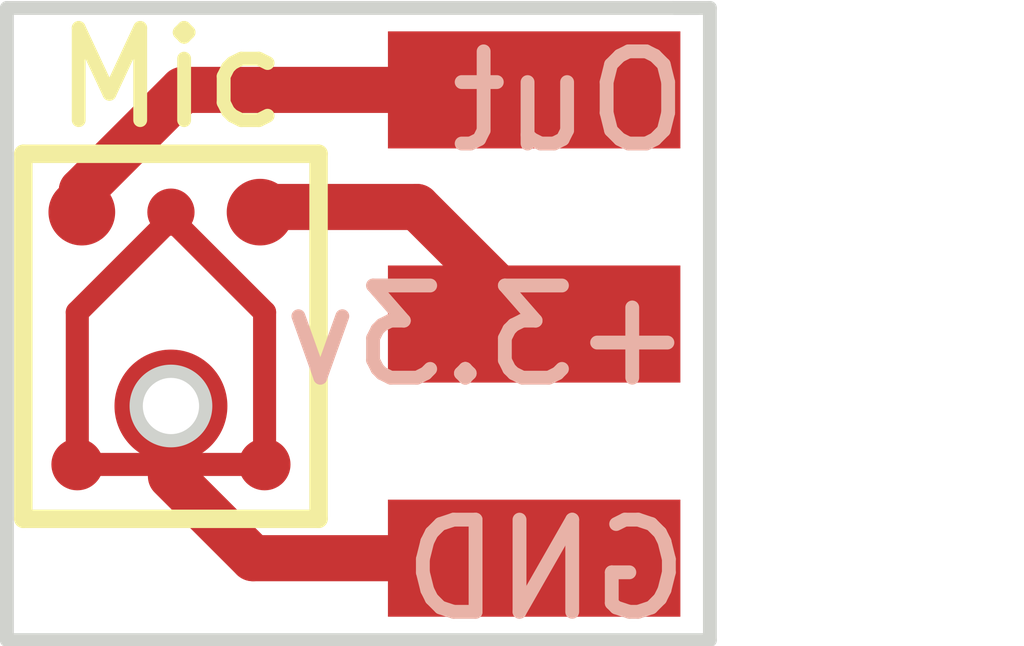
<source format=kicad_pcb>
(kicad_pcb (version 4) (host pcbnew 4.0.7-e2-6376~61~ubuntu18.04.1)

  (general
    (links 6)
    (no_connects 2)
    (area 0 0 0 0)
    (thickness 1.6)
    (drawings 6)
    (tracks 14)
    (zones 0)
    (modules 4)
    (nets 4)
  )

  (page A4)
  (layers
    (0 F.Cu signal)
    (31 B.Cu signal)
    (32 B.Adhes user)
    (33 F.Adhes user)
    (34 B.Paste user)
    (35 F.Paste user)
    (36 B.SilkS user)
    (37 F.SilkS user)
    (38 B.Mask user)
    (39 F.Mask user)
    (40 Dwgs.User user)
    (41 Cmts.User user)
    (42 Eco1.User user)
    (43 Eco2.User user)
    (44 Edge.Cuts user)
    (45 Margin user)
    (46 B.CrtYd user)
    (47 F.CrtYd user)
    (48 B.Fab user)
    (49 F.Fab user)
  )

  (setup
    (last_trace_width 0.5)
    (user_trace_width 0.5)
    (user_trace_width 1)
    (trace_clearance 0.2)
    (zone_clearance 0.508)
    (zone_45_only no)
    (trace_min 0.2)
    (segment_width 0.2)
    (edge_width 0.15)
    (via_size 0.6)
    (via_drill 0.4)
    (via_min_size 0.4)
    (via_min_drill 0.3)
    (uvia_size 0.3)
    (uvia_drill 0.1)
    (uvias_allowed no)
    (uvia_min_size 0.2)
    (uvia_min_drill 0.1)
    (pcb_text_width 0.3)
    (pcb_text_size 1.5 1.5)
    (mod_edge_width 0.15)
    (mod_text_size 1 1)
    (mod_text_width 0.15)
    (pad_size 1.524 1.524)
    (pad_drill 0.762)
    (pad_to_mask_clearance 0.2)
    (aux_axis_origin 0 0)
    (visible_elements FFFEFBFF)
    (pcbplotparams
      (layerselection 0x00030_80000001)
      (usegerberextensions false)
      (excludeedgelayer true)
      (linewidth 0.100000)
      (plotframeref false)
      (viasonmask false)
      (mode 1)
      (useauxorigin false)
      (hpglpennumber 1)
      (hpglpenspeed 20)
      (hpglpendiameter 15)
      (hpglpenoverlay 2)
      (psnegative false)
      (psa4output false)
      (plotreference true)
      (plotvalue true)
      (plotinvisibletext false)
      (padsonsilk false)
      (subtractmaskfromsilk false)
      (outputformat 1)
      (mirror false)
      (drillshape 1)
      (scaleselection 1)
      (outputdirectory ""))
  )

  (net 0 "")
  (net 1 "Net-(J1-Pad1)")
  (net 2 "Net-(J2-Pad1)")
  (net 3 "Net-(J3-Pad1)")

  (net_class Default "This is the default net class."
    (clearance 0.2)
    (trace_width 0.25)
    (via_dia 0.6)
    (via_drill 0.4)
    (uvia_dia 0.3)
    (uvia_drill 0.1)
    (add_net "Net-(J1-Pad1)")
    (add_net "Net-(J2-Pad1)")
    (add_net "Net-(J3-Pad1)")
  )

  (module 254-SMD-Pad:2.54-SMD-Pad (layer F.Cu) (tedit 5C5A5448) (tstamp 5C5A4D3F)
    (at 157.48 104.14 90)
    (path /5C5A4D4D)
    (fp_text reference +3.3v (at -0.127 -5.588 180) (layer B.SilkS)
      (effects (font (size 1 1) (thickness 0.15)) (justify mirror))
    )
    (fp_text value Conn_01x01_Male (at 0 -2.54 90) (layer F.Fab) hide
      (effects (font (size 1 1) (thickness 0.15)))
    )
    (pad 1 smd rect (at 0 -5.08 90) (size 1.27 3.17) (layers F.Cu F.Paste F.Mask)
      (net 1 "Net-(J1-Pad1)"))
  )

  (module 254-SMD-Pad:2.54-SMD-Pad (layer F.Cu) (tedit 5C5A5437) (tstamp 5C5A4D44)
    (at 157.48 106.68 90)
    (path /5C5A4DB1)
    (fp_text reference GND (at -0.127 -4.953 180) (layer B.SilkS)
      (effects (font (size 1 1) (thickness 0.15)) (justify mirror))
    )
    (fp_text value Conn_01x01_Male (at 0 -2.54 90) (layer F.Fab) hide
      (effects (font (size 1 1) (thickness 0.15)))
    )
    (pad 1 smd rect (at 0 -5.08 90) (size 1.27 3.17) (layers F.Cu F.Paste F.Mask)
      (net 2 "Net-(J2-Pad1)"))
  )

  (module 254-SMD-Pad:2.54-SMD-Pad (layer F.Cu) (tedit 5C5A5466) (tstamp 5C5A4D49)
    (at 157.48 101.6 90)
    (path /5C5A4C44)
    (fp_text reference Out (at -0.127 -4.699 180) (layer B.SilkS)
      (effects (font (size 1 1) (thickness 0.15)) (justify mirror))
    )
    (fp_text value Conn_01x01_Male (at 0 -2.54 90) (layer F.Fab) hide
      (effects (font (size 1 1) (thickness 0.15)))
    )
    (pad 1 smd rect (at 0 -5.08 90) (size 1.27 3.17) (layers F.Cu F.Paste F.Mask)
      (net 3 "Net-(J3-Pad1)"))
  )

  (module 254-SMD-Pad:SPU0410LR5H-QB (layer F.Cu) (tedit 5C5A53BD) (tstamp 5C5A4D58)
    (at 148.463 105.029)
    (path /5C5A30E9)
    (fp_text reference Mic (at 0 -3.556) (layer F.SilkS)
      (effects (font (size 1 1) (thickness 0.15)))
    )
    (fp_text value SPU0410LR5H-QB (at 0 3.048) (layer F.Fab) hide
      (effects (font (size 1 1) (thickness 0.15)))
    )
    (fp_line (start 1.6 -2.736) (end -1.6 -2.736) (layer F.SilkS) (width 0.2))
    (fp_line (start 1.6 1.224) (end 1.6 -2.736) (layer F.SilkS) (width 0.2))
    (fp_line (start 1.6 1.224) (end -1.6 1.224) (layer F.SilkS) (width 0.2))
    (fp_line (start -1.6 -2.736) (end -1.6 1.224) (layer F.SilkS) (width 0.2))
    (pad 1 smd circle (at -0.966 -2.103) (size 0.723 0.723) (layers F.Cu F.Paste F.Mask)
      (net 3 "Net-(J3-Pad1)"))
    (pad 2 smd circle (at -1.015 0.634) (size 0.562 0.562) (layers F.Cu F.Paste F.Mask)
      (net 2 "Net-(J2-Pad1)"))
    (pad 3 smd circle (at 1.015 0.634) (size 0.562 0.562) (layers F.Cu F.Paste F.Mask)
      (net 2 "Net-(J2-Pad1)"))
    (pad 4 smd circle (at 0.966 -2.103) (size 0.723 0.723) (layers F.Cu F.Paste F.Mask)
      (net 1 "Net-(J1-Pad1)"))
    (pad 5 smd circle (at 0 -2.103) (size 0.512 0.512) (layers F.Cu F.Paste F.Mask)
      (net 2 "Net-(J2-Pad1)"))
    (pad 6 smd circle (at 0 0) (size 1.224 1.224) (layers F.Cu F.Paste F.Mask)
      (net 2 "Net-(J2-Pad1)"))
    (pad "" np_thru_hole circle (at 0 0) (size 0.61 0.61) (drill 0.61) (layers *.Cu))
  )

  (gr_line (start 154.305 100.711) (end 153.924 100.711) (angle 90) (layer Edge.Cuts) (width 0.15))
  (gr_line (start 154.305 107.569) (end 154.305 100.711) (angle 90) (layer Edge.Cuts) (width 0.15))
  (gr_line (start 146.685 107.569) (end 154.305 107.569) (angle 90) (layer Edge.Cuts) (width 0.15))
  (gr_line (start 146.685 100.711) (end 146.685 107.569) (angle 90) (layer Edge.Cuts) (width 0.15))
  (gr_line (start 154.178 100.711) (end 146.685 100.711) (angle 90) (layer Edge.Cuts) (width 0.15))
  (gr_circle (center 148.463 105.029) (end 148.6789 105.3338) (layer Edge.Cuts) (width 0.15))

  (segment (start 152.4 104.14) (end 151.13 102.87) (width 0.5) (layer F.Cu) (net 1))
  (segment (start 151.13 102.87) (end 149.485 102.87) (width 0.5) (layer F.Cu) (net 1) (tstamp 5C5A52A1))
  (segment (start 149.485 102.87) (end 149.429 102.926) (width 0.5) (layer F.Cu) (net 1) (tstamp 5C5A52AB))
  (segment (start 152.4 106.68) (end 149.352 106.68) (width 0.5) (layer F.Cu) (net 2))
  (segment (start 149.352 106.68) (end 148.463 105.791) (width 0.5) (layer F.Cu) (net 2) (tstamp 5C5A52F3))
  (segment (start 148.463 102.926) (end 148.463 102.997) (width 0.25) (layer F.Cu) (net 2))
  (segment (start 148.463 102.997) (end 149.478 104.012) (width 0.25) (layer F.Cu) (net 2) (tstamp 5C5A52C7))
  (segment (start 149.478 104.012) (end 149.478 105.663) (width 0.25) (layer F.Cu) (net 2) (tstamp 5C5A52CF))
  (segment (start 149.478 105.663) (end 147.448 105.663) (width 0.25) (layer F.Cu) (net 2))
  (segment (start 148.463 102.997) (end 147.448 104.012) (width 0.25) (layer F.Cu) (net 2) (tstamp 5C5A5279))
  (segment (start 147.448 104.012) (end 147.448 105.663) (width 0.25) (layer F.Cu) (net 2) (tstamp 5C5A527F))
  (segment (start 152.4 101.6) (end 148.59 101.6) (width 0.5) (layer F.Cu) (net 3))
  (segment (start 148.59 101.6) (end 147.497 102.693) (width 0.5) (layer F.Cu) (net 3) (tstamp 5C5A5263))
  (segment (start 147.497 102.693) (end 147.497 102.926) (width 0.5) (layer F.Cu) (net 3) (tstamp 5C5A5269))

)

</source>
